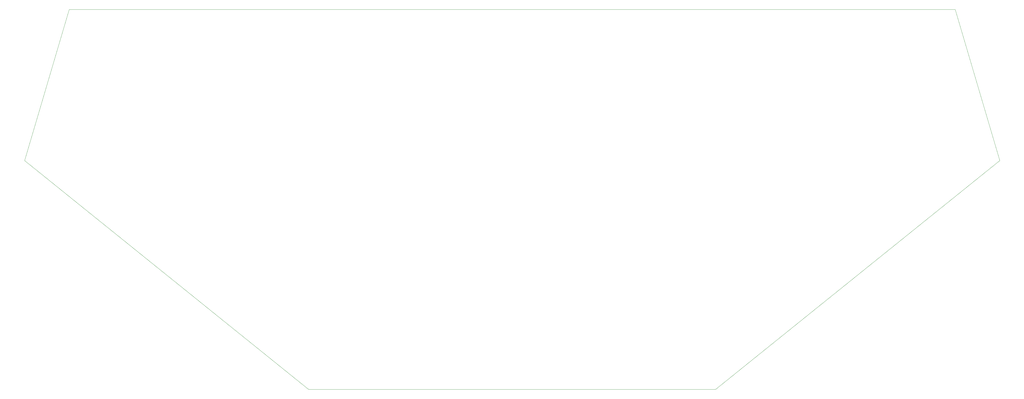
<source format=gbr>
%TF.GenerationSoftware,KiCad,Pcbnew,(5.99.0-9650-gad505e29c0)*%
%TF.CreationDate,2021-03-24T14:31:16-04:00*%
%TF.ProjectId,Hangulator,48616e67-756c-4617-946f-722e6b696361,rev?*%
%TF.SameCoordinates,Original*%
%TF.FileFunction,Profile,NP*%
%FSLAX46Y46*%
G04 Gerber Fmt 4.6, Leading zero omitted, Abs format (unit mm)*
G04 Created by KiCad (PCBNEW (5.99.0-9650-gad505e29c0)) date 2021-03-24 14:31:16*
%MOMM*%
%LPD*%
G01*
G04 APERTURE LIST*
%TA.AperFunction,Profile*%
%ADD10C,0.050000*%
%TD*%
G04 APERTURE END LIST*
D10*
X451000000Y-150250000D02*
X450000000Y-150250000D01*
X133000000Y-150250000D02*
X117000000Y-204500000D01*
X117000000Y-204500000D02*
X219000000Y-286750000D01*
X134000000Y-150250000D02*
X133000000Y-150250000D01*
X450000000Y-150250000D02*
X134000000Y-150250000D01*
X365000000Y-286750000D02*
X467000000Y-204500000D01*
X219000000Y-286750000D02*
X365000000Y-286750000D01*
X467000000Y-204500000D02*
X451000000Y-150250000D01*
M02*

</source>
